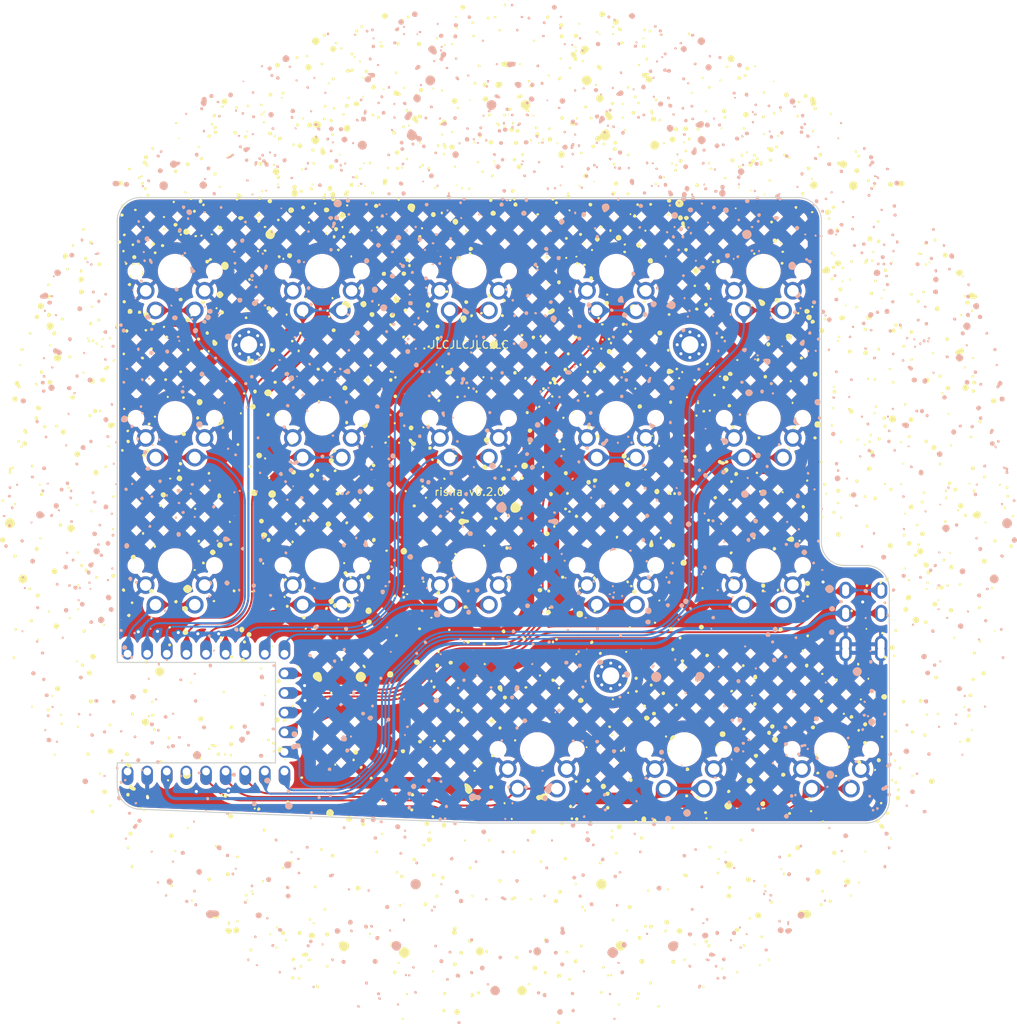
<source format=kicad_pcb>
(kicad_pcb (version 20221018) (generator pcbnew)
  (title_block (title "risha-mx") (rev "v1.0.0") (company "Unknown"))
  (layers (0 "F.Cu" signal) (31 "B.Cu" signal) (34 "B.Paste" user) (35 "F.Paste" user) (36 "B.SilkS" user "B.Silkscreen") (37 "F.SilkS" user "F.Silkscreen") (38 "B.Mask" user) (39 "F.Mask" user) (44 "Edge.Cuts" user))
  (net 0 "")
  (net 1 "matrix_pinky_bottom")
  (net 2 "GND")
  (net 3 "matrix_pinky_home")
  (net 4 "matrix_pinky_top")
  (net 5 "matrix_ring_bottom")
  (net 6 "matrix_ring_home")
  (net 7 "matrix_ring_top")
  (net 8 "matrix_middle_bottom")
  (net 9 "matrix_middle_home")
  (net 10 "matrix_middle_top")
  (net 11 "matrix_index_bottom")
  (net 12 "matrix_index_home")
  (net 13 "matrix_index_top")
  (net 14 "matrix_inner_bottom")
  (net 15 "matrix_inner_home")
  (net 16 "matrix_inner_top")
  (net 17 "thumbfan_near_home")
  (net 18 "thumbfan_middle_home")
  (net 19 "thumbfan_far_home")
  (net 20 "GP12")
  (net 21 "GP29")
  (net 22 "3V3")
  (net 23 "5V")
  (footprint "MX" (layer "F.Cu") (at 209.55 133.35 180)
    (fp_text reference "S11" hide)
    (fp_text value "" hide)
  )
  (footprint "MX" (layer "F.Cu") (at 152.4 152.4 180)
    (fp_text reference "S1" hide)
    (fp_text value "" hide)
  )
  (footprint "MX" (layer "F.Cu") (at 209.55 152.4 180)
    (fp_text reference "S10" hide)
    (fp_text value "" hide)
  )
  (footprint "MX" (layer "F.Cu") (at 171.45 114.3 180)
    (fp_text reference "S6" hide)
    (fp_text value "" hide)
  )
  (footprint "MX" (layer "F.Cu") (at 199.299 176.2125 180)
    (fp_text reference "S16" hide)
    (fp_text value "" hide)
  )
  (footprint "MountingHole_2.2mm_M2_Pad_Via" (layer "F.Cu") (at 161.925 123.825)
    (fp_text reference "_5" hide)
    (fp_text value "")
  )
  (footprint "MX" (layer "F.Cu") (at 152.4 133.35 180)
    (fp_text reference "S2" hide)
    (fp_text value "" hide)
  )
  (footprint "main:north-sky-silk" (layer "F.Cu") (at 195.58 145.9992)
    (fp_text reference "G***" hide)
    (fp_text value "LOGO" hide)
  )
  (footprint "MX" (layer "F.Cu") (at 218.349 176.2125 180)
    (fp_text reference "S17" hide)
    (fp_text value "" hide)
  )
  (footprint "MountingHole_2.2mm_M2_Pad_Via" (layer "F.Cu") (at 219.075 123.825)
    (fp_text reference "_6" hide)
    (fp_text value "")
  )
  (footprint "MX" (layer "F.Cu") (at 209.55 114.3 180)
    (fp_text reference "S12" hide)
    (fp_text value "" hide)
  )
  (footprint "MX" (layer "F.Cu") (at 152.4 114.3 180)
    (fp_text reference "S3" hide)
    (fp_text value "" hide)
  )
  (footprint "MX" (layer "F.Cu") (at 171.45 133.35 180)
    (fp_text reference "S5" hide)
    (fp_text value "" hide)
  )
  (footprint "MX" (layer "F.Cu") (at 171.45 152.4 180)
    (fp_text reference "S4" hide)
    (fp_text value "" hide)
  )
  (footprint "MX" (layer "F.Cu") (at 190.5 133.35 180)
    (fp_text reference "S8" hide)
    (fp_text value "" hide)
  )
  (footprint "MX" (layer "F.Cu") (at 190.5 152.4 180)
    (fp_text reference "S7" hide)
    (fp_text value "" hide)
  )
  (footprint "MX" (layer "F.Cu") (at 190.5 114.3 180)
    (fp_text reference "S9" hide)
    (fp_text value "" hide)
  )
  (footprint "MX" (layer "F.Cu") (at 237.399 176.2125 180)
    (fp_text reference "S18" hide)
    (fp_text value "" hide)
  )
  (footprint "MX" (layer "F.Cu") (at 228.6 133.35 180)
    (fp_text reference "S14" hide)
    (fp_text value "" hide)
  )
  (footprint "rp2040_zero_tht_pads" (layer "F.Cu") (at 156.4 171.45 90)
    (fp_text reference "")
    (fp_text value "")
  )
  (footprint "MountingHole_2.2mm_M2_Pad_Via" (layer "F.Cu") (at 208.824 166.6875)
    (fp_text reference "_4" hide)
    (fp_text value "")
  )
  (footprint "TRRS-PJ-320A-dual" (layer "F.Cu") (at 243.84 152.4)
    (fp_text reference "TRRS1")
    (fp_text value "TRRS-PJ-320A-dual")
  )
  (footprint "MX" (layer "F.Cu") (at 228.6 152.4 180)
    (fp_text reference "S13" hide)
    (fp_text value "" hide)
  )
  (footprint "MX" (layer "F.Cu") (at 228.6 114.3 180)
    (fp_text reference "S15" hide)
    (fp_text value "" hide)
  )
  (footprint "main:north-sky-silk" (layer "B.Cu") (at 195.58 145.9992 180)
    (fp_text reference "G***" hide)
    (fp_text value "LOGO" hide)
  )
  (gr_arc (start 147.778243 183.949412) (mid 145.73606 183.029711) (end 144.9 180.951884) (stroke (width 0.15)) (layer "Edge.Cuts"))
  (gr_line (start 244.899 155.4) (end 244.899 182.7375) (stroke (width 0.15)) (layer "Edge.Cuts"))
  (gr_line (start 144.9 164.95) (end 144.9 107.775) (stroke (width 0.15)) (layer "Edge.Cuts"))
  (gr_line (start 236.1 107.775) (end 236.1 149.4) (stroke (width 0.15)) (layer "Edge.Cuts"))
  (gr_arc (start 191.859904 185.7375) (mid 191.799013 185.736882) (end 191.738147 185.735028) (stroke (width 0.15)) (layer "Edge.Cuts"))
  (gr_line (start 239.1 152.4) (end 241.899 152.4) (stroke (width 0.15)) (layer "Edge.Cuts"))
  (gr_line (start 241.899 185.7375) (end 191.859904 185.7375) (stroke (width 0.15)) (layer "Edge.Cuts"))
  (gr_arc (start 239.1 152.4) (mid 236.97868 151.52132) (end 236.1 149.4) (stroke (width 0.15)) (layer "Edge.Cuts"))
  (gr_line (start 144.9 177.95) (end 165.4 177.95) (stroke (width 0.15)) (layer "Edge.Cuts"))
  (gr_line (start 144.9 180.951884) (end 144.9 177.95) (stroke (width 0.15)) (layer "Edge.Cuts"))
  (gr_line (start 147.9 104.775) (end 233.1 104.775) (stroke (width 0.15)) (layer "Edge.Cuts"))
  (gr_line (start 165.4 164.95) (end 144.9 164.95) (stroke (width 0.15)) (layer "Edge.Cuts"))
  (gr_arc (start 233.1 104.775) (mid 235.22132 105.65368) (end 236.1 107.775) (stroke (width 0.15)) (layer "Edge.Cuts"))
  (gr_line (start 191.738147 185.735028) (end 147.778243 183.949412) (stroke (width 0.15)) (layer "Edge.Cuts"))
  (gr_line (start 165.4 177.95) (end 165.4 164.95) (stroke (width 0.15)) (layer "Edge.Cuts"))
  (gr_arc (start 144.9 107.775) (mid 145.77868 105.65368) (end 147.9 104.775) (stroke (width 0.15)) (layer "Edge.Cuts"))
  (gr_arc (start 244.899 182.7375) (mid 244.02032 184.85882) (end 241.899 185.7375) (stroke (width 0.15)) (layer "Edge.Cuts"))
  (gr_arc (start 241.899 152.4) (mid 244.02032 153.27868) (end 244.899 155.4) (stroke (width 0.15)) (layer "Edge.Cuts"))
  (gr_text "risha v0.2.0" (at 190.5 142.875) (layer "F.SilkS") (effects (font (size 1 1))))
  (gr_text "JLCJLCJLCJLC" (at 190.5 123.825) (layer "F.SilkS") (effects (font (size 1 1))))
  (segment (start 149.86 157.48) (end 154.94 157.48) (width 0.25) (layer "F.Cu") (net 1))
  (segment (start 147.2052 160.134799) (end 149.86 157.48) (width 0.25) (layer "B.Cu") (net 1))
  (arc (start 147.2052 160.134799) (mid 146.490847 161.203904) (end 146.24 162.465) (width 0.25) (layer "B.Cu") (net 1))
  (via (at 152.8064 161.0868) (size 0.8) (drill 0.4) (layers "F.Cu" "B.Cu") (net 2))
  (via (at 241.4524 157.1244) (size 0.8) (drill 0.4) (layers "F.Cu" "B.Cu") (net 2))
  (via (at 158.0388 161.2392) (size 0.8) (drill 0.4) (layers "F.Cu" "B.Cu") (net 2))
  (via (at 169.2148 169.8752) (size 0.8) (drill 0.4) (layers "F.Cu" "B.Cu") (net 2))
  (via (at 150.114 160.9344) (size 0.8) (drill 0.4) (layers "F.Cu" "B.Cu") (net 2))
  (via (at 155.3464 161.2392) (size 0.8) (drill 0.4) (layers "F.Cu" "B.Cu") (net 2))
  (via (at 147.6248 160.9852) (size 0.8) (drill 0.4) (layers "F.Cu" "B.Cu") (net 2))
  (via (at 159.3088 181.5592) (size 0.8) (drill 0.4) (layers "F.Cu" "B.Cu") (net 2))
  (via (at 155.1432 181.6608) (size 0.8) (drill 0.4) (layers "F.Cu" "B.Cu") (net 2))
  (via (at 236.3216 154.5336) (size 0.8) (drill 0.4) (layers "F.Cu" "B.Cu") (net 2))
  (via (at 148.844 182.4736) (size 0.8) (drill 0.4) (layers "F.Cu" "B.Cu") (net 2))
  (via (at 169.164 167.9448) (size 0.8) (drill 0.4) (layers "F.Cu" "B.Cu") (net 2))
  (segment (start 149.86 138.43) (end 154.94 138.43) (width 0.25) (layer "F.Cu") (net 3))
  (segment (start 150.363512 159.8676) (end 157.886837 159.8676) (width 0.25) (layer "B.Cu") (net 3))
  (segment (start 156.3878 138.43) (end 154.94 138.43) (width 0.25) (layer "B.Cu") (net 3))
  (segment (start 148.78 161.451112) (end 148.78 163.83) (width 0.25) (layer "B.Cu") (net 3))
  (segment (start 161.4424 144.290763) (end 161.4424 156.312037) (width 0.25) (layer "B.Cu") (net 3))
  (segment (start 159.848607 140.443007) (end 158.859349 139.453749) (width 0.25) (layer "B.Cu") (net 3))
  (arc (start 161.4424 156.312037) (mid 161.171748 157.672692) (end 160.401 158.8262) (width 0.25) (layer "B.Cu") (net 3))
  (arc (start 156.3878 138.43) (mid 157.725392 138.696063) (end 158.859349 139.453749) (width 0.25) (layer "B.Cu") (net 3))
  (arc (start 159.848607 140.443007) (mid 161.028186 142.208372) (end 161.4424 144.290763) (width 0.25) (layer "B.Cu") (net 3))
  (arc (start 150.363512 159.8676) (mid 149.757528 159.988137) (end 149.2438 160.3314) (width 0.25) (layer "B.Cu") (net 3))
  (arc (start 160.401 158.8262) (mid 159.247492 159.596948) (end 157.886837 159.8676) (width 0.25) (layer "B.Cu") (net 3))
  (arc (start 148.78 161.451112) (mid 148.900537 160.845128) (end 149.2438 160.3314) (width 0.25) (layer "B.Cu") (net 3))
  (segment (start 149.86 119.38) (end 154.94 119.38) (width 0.25) (layer "F.Cu") (net 4))
  (segment (start 156.233156 124.330756) (end 160.298607 128.396207) (width 0.25) (layer "B.Cu") (net 4))
  (segment (start 151.32 161.132914) (end 151.32 163.83) (width 0.25) (layer "B.Cu") (net 4))
  (segment (start 152.135314 160.3176) (end 157.886837 160.3176) (width 0.25) (layer "B.Cu") (net 4))
  (segment (start 161.8924 156.312037) (end 161.8924 132.243963) (width 0.25) (layer "B.Cu") (net 4))
  (segment (start 154.94 121.2088) (end 154.94 119.38) (width 0.25) (layer "B.Cu") (net 4))
  (arc (start 161.8924 156.312037) (mid 161.587494 157.844899) (end 160.719198 159.144398) (width 0.25) (layer "B.Cu") (net 4))
  (arc (start 160.298607 128.396207) (mid 161.478186 130.161572) (end 161.8924 132.243963) (width 0.25) (layer "B.Cu") (net 4))
  (arc (start 151.5588 160.5564) (mid 151.382062 160.820906) (end 151.32 161.132914) (width 0.25) (layer "B.Cu") (net 4))
  (arc (start 154.94 121.2088) (mid 155.27608 122.89839) (end 156.233156 124.330756) (width 0.25) (layer "B.Cu") (net 4))
  (arc (start 160.719198 159.144398) (mid 159.419699 160.012694) (end 157.886837 160.3176) (width 0.25) (layer "B.Cu") (net 4))
  (arc (start 151.5588 160.5564) (mid 151.823306 160.379662) (end 152.135314 160.3176) (width 0.25) (layer "B.Cu") (net 4))
  (segment (start 158.94 161.646005) (end 158.94 163.83) (width 0.25) (layer "F.Cu") (net 5))
  (segment (start 160.391226 160.565965) (end 161.883399 159.073792) (width 0.25) (layer "F.Cu") (net 5))
  (segment (start 159.767605 160.8184) (end 159.781796 160.8184) (width 0.25) (layer "F.Cu") (net 5))
  (segment (start 165.731155 157.48) (end 168.91 157.48) (width 0.25) (layer "F.Cu") (net 5))
  (arc (start 158.94 161.646005) (mid 159.002997 161.329294) (end 159.1824 161.0608) (width 0.25) (layer "F.Cu") (net 5))
  (arc (start 159.767605 160.8184) (mid 159.450894 160.881397) (end 159.1824 161.0608) (width 0.25) (layer "F.Cu") (net 5))
  (arc (start 165.731155 157.48) (mid 163.648764 157.894213) (end 161.883399 159.073792) (width 0.25) (layer "F.Cu") (net 5))
  (arc (start 160.391226 160.565965) (mid 160.111617 160.752794) (end 159.781796 160.8184) (width 0.25) (layer "F.Cu") (net 5))
  (segment (start 168.91 157.48) (end 173.99 157.48) (width 0.25) (layer "B.Cu") (net 5))
  (segment (start 161.150998 159.169798) (end 160.770092 159.550703) (width 0.25) (layer "F.Cu") (net 6))
  (segment (start 165.196932 139.399867) (end 163.943392 140.653406) (width 0.25) (layer "F.Cu") (net 6))
  (segment (start 158.516129 160.3684) (end 158.795998 160.3684) (width 0.25) (layer "F.Cu") (net 6))
  (segment (start 167.5384 138.43) (end 168.91 138.43) (width 0.25) (layer "F.Cu") (net 6))
  (segment (start 162.3496 144.501163) (end 162.3496 156.276116) (width 0.25) (layer "F.Cu") (net 6))
  (arc (start 158.516129 160.3684) (mid 157.706321 160.52948) (end 157.0198 160.9882) (width 0.25) (layer "F.Cu") (net 6))
  (arc (start 165.196932 139.399867) (mid 166.271206 138.68206) (end 167.5384 138.43) (width 0.25) (layer "F.Cu") (net 6))
  (arc (start 161.150998 159.169798) (mid 162.038093 157.842165) (end 162.3496 156.276116) (width 0.25) (layer "F.Cu") (net 6))
  (arc (start 157.0198 160.9882) (mid 156.56108 161.674721) (end 156.4 162.484529) (width 0.25) (layer "F.Cu") (net 6))
  (arc (start 162.3496 144.501163) (mid 162.763813 142.418772) (end 163.943392 140.653406) (width 0.25) (layer "F.Cu") (net 6))
  (arc (start 160.770092 159.550703) (mid 159.86437 160.155887) (end 158.795998 160.3684) (width 0.25) (layer "F.Cu") (net 6))
  (segment (start 168.91 138.43) (end 173.99 138.43) (width 0.25) (layer "B.Cu") (net 6))
  (segment (start 153.86 162.022238) (end 153.86 163.83) (width 0.25) (layer "F.Cu") (net 7))
  (segment (start 163.493392 128.352607) (end 167.652764 124.193235) (width 0.25) (layer "F.Cu") (net 7))
  (segment (start 161.8996 132.200363) (end 161.8996 156.276116) (width 0.25) (layer "F.Cu") (net 7))
  (segment (start 158.257316 159.9184) (end 155.963838 159.9184) (width 0.25) (layer "F.Cu") (net 7))
  (segment (start 168.91 121.158) (end 168.91 119.38) (width 0.25) (layer "F.Cu") (net 7))
  (arc (start 158.257316 159.9184) (mid 159.651158 159.641147) (end 160.8328 158.8516) (width 0.25) (layer "F.Cu") (net 7))
  (arc (start 161.8996 156.276116) (mid 161.622347 157.669958) (end 160.8328 158.8516) (width 0.25) (layer "F.Cu") (net 7))
  (arc (start 163.493392 128.352607) (mid 162.313813 130.117972) (end 161.8996 132.200363) (width 0.25) (layer "F.Cu") (net 7))
  (arc (start 154.4762 160.5346) (mid 155.158734 160.078545) (end 155.963838 159.9184) (width 0.25) (layer "F.Cu") (net 7))
  (arc (start 154.4762 160.5346) (mid 154.020145 161.217134) (end 153.86 162.022238) (width 0.25) (layer "F.Cu") (net 7))
  (arc (start 167.652764 124.193235) (mid 168.583255 122.800657) (end 168.91 121.158) (width 0.25) (layer "F.Cu") (net 7))
  (segment (start 173.99 119.38) (end 168.91 119.38) (width 0.25) (layer "B.Cu") (net 7))
  (segment (start 187.96 157.48) (end 193.04 157.48) (width 0.25) (layer "F.Cu") (net 8))
  (segment (start 167.1326 161.899) (end 166.56 162.4716) (width 0.25) (layer "B.Cu") (net 8))
  (segment (start 168.514978 161.3264) (end 175.151102 161.3264) (width 0.25) (layer "B.Cu") (net 8))
  (segment (start 178.998858 159.732606) (end 179.657673 159.073792) (width 0.25) (layer "B.Cu") (net 8))
  (segment (start 183.505429 157.48) (end 187.96 157.48) (width 0.25) (layer "B.Cu") (net 8))
  (arc (start 168.514978 161.3264) (mid 167.76684 161.475213) (end 167.1326 161.899) (width 0.25) (layer "B.Cu") (net 8))
  (arc (start 179.657673 159.073792) (mid 181.423038 157.894213) (end 183.505429 157.48) (width 0.25) (layer "B.Cu") (net 8))
  (arc (start 178.998858 159.732606) (mid 177.233492 160.912186) (end 175.151102 161.3264) (width 0.25) (layer "B.Cu") (net 8))
  (segment (start 187.96 138.43) (end 193.04 138.43) (width 0.25) (layer "F.Cu") (net 9))
  (segment (start 181.298 154.543106) (end 181.298 144.856763) (width 0.25) (layer "B.Cu") (net 9))
  (segment (start 164.665199 161.521599) (end 164.608029 161.57877) (width 0.25) (layer "B.Cu") (net 9))
  (segment (start 174.964706 160.8764) (end 166.22285 160.8764) (width 0.25) (layer "B.Cu") (net 9))
  (segment (start 184.590734 139.310064) (end 182.891792 141.009007) (width 0.25) (layer "B.Cu") (net 9))
  (segment (start 179.704206 158.390862) (end 178.812462 159.282607) (width 0.25) (layer "B.Cu") (net 9))
  (segment (start 186.7154 138.43) (end 187.96 138.43) (width 0.25) (layer "B.Cu") (net 9))
  (arc (start 164.608029 161.57877) (mid 164.172823 162.230101) (end 164.02 162.9984) (width 0.25) (layer "B.Cu") (net 9))
  (arc (start 184.590734 139.310064) (mid 185.565539 138.658721) (end 186.7154 138.43) (width 0.25) (layer "B.Cu") (net 9))
  (arc (start 164.665199 161.521599) (mid 165.379855 161.044081) (end 166.22285 160.8764) (width 0.25) (layer "B.Cu") (net 9))
  (arc (start 181.298 144.856763) (mid 181.712213 142.774372) (end 182.891792 141.009007) (width 0.25) (layer "B.Cu") (net 9))
  (arc (start 181.298 154.543106) (mid 180.883786 156.625496) (end 179.704206 158.390862) (width 0.25) (layer "B.Cu") (net 9))
  (arc (start 178.812462 159.282607) (mid 177.047096 160.462186) (end 174.964706 160.8764) (width 0.25) (layer "B.Cu") (net 9))
  (segment (start 187.96 119.38) (end 193.04 119.38) (width 0.25) (layer "F.Cu") (net 10))
  (segment (start 186.612961 124.537038) (end 182.441792 128.708207) (width 0.25) (layer "B.Cu") (net 10))
  (segment (start 163.410396 160.4264) (end 174.77831 160.4264) (width 0.25) (layer "B.Cu") (net 10))
  (segment (start 178.626066 158.832606) (end 179.254207 158.204466) (width 0.25) (layer "B.Cu") (net 10))
  (segment (start 187.96 121.285) (end 187.96 119.38) (width 0.25) (layer "B.Cu") (net 10))
  (segment (start 180.848 132.555963) (end 180.848 154.35671) (width 0.25) (layer "B.Cu") (net 10))
  (arc (start 162.0454 160.9918) (mid 161.626942 161.618065) (end 161.48 162.356796) (width 0.25) (layer "B.Cu") (net 10))
  (arc (start 179.254207 158.204466) (mid 180.433786 156.4391) (end 180.848 154.35671) (width 0.25) (layer "B.Cu") (net 10))
  (arc (start 182.441792 128.708207) (mid 181.262213 130.473572) (end 180.848 132.555963) (width 0.25) (layer "B.Cu") (net 10))
  (arc (start 163.410396 160.4264) (mid 162.671665 160.573342) (end 162.0454 160.9918) (width 0.25) (layer "B.Cu") (net 10))
  (arc (start 186.612961 124.537038) (mid 187.609915 123.04499) (end 187.96 121.285) (width 0.25) (layer "B.Cu") (net 10))
  (arc (start 178.626066 158.832606) (mid 176.8607 160.012186) (end 174.77831 160.4264) (width 0.25) (layer "B.Cu") (net 10))
  (segment (start 186.180198 165.155392) (end 183.569384 167.766207) (width 0.25) (layer "F.Cu") (net 11))
  (segment (start 172.477853 169.36) (end 179.721628 169.36) (width 0.25) (layer "F.Cu") (net 11))
  (segment (start 169.74085 170.619149) (end 169.955 170.405) (width 0.25) (layer "F.Cu") (net 11))
  (segment (start 204.776196 157.48) (end 207.01 157.48) (width 0.25) (layer "F.Cu") (net 11))
  (segment (start 200.962853 159.059537) (end 198.054584 161.967807) (width 0.25) (layer "F.Cu") (net 11))
  (segment (start 194.206828 163.5616) (end 190.027955 163.5616) (width 0.25) (layer "F.Cu") (net 11))
  (arc (start 179.721628 169.36) (mid 181.804018 168.945786) (end 183.569384 167.766207) (width 0.25) (layer "F.Cu") (net 11))
  (arc (start 186.180198 165.155392) (mid 187.945564 163.975813) (end 190.027955 163.5616) (width 0.25) (layer "F.Cu") (net 11))
  (arc (start 194.206828 163.5616) (mid 196.289218 163.147386) (end 198.054584 161.967807) (width 0.25) (layer "F.Cu") (net 11))
  (arc (start 172.477853 169.36) (mid 171.112494 169.631586) (end 169.955 170.405) (width 0.25) (layer "F.Cu") (net 11))
  (arc (start 200.962853 159.059537) (mid 202.712429 157.890508) (end 204.776196 157.48) (width 0.25) (layer "F.Cu") (net 11))
  (arc (start 169.74085 170.619149) (mid 168.820558 171.234068) (end 167.735 171.45) (width 0.25) (layer "F.Cu") (net 11))
  (segment (start 207.01 157.48) (end 212.09 157.48) (width 0.25) (layer "B.Cu") (net 11))
  (segment (start 199.9996 157.132432) (end 199.9996 145.205163) (width 0.25) (layer "F.Cu") (net 12))
  (segment (start 189.841559 163.1116) (end 194.020432 163.1116) (width 0.25) (layer "F.Cu") (net 12))
  (segment (start 205.7654 138.43) (end 207.01 138.43) (width 0.25) (layer "F.Cu") (net 12))
  (segment (start 179.535232 168.91) (end 166.56 168.91) (width 0.25) (layer "F.Cu") (net 12))
  (segment (start 197.868188 161.517807) (end 198.405806 160.980188) (width 0.25) (layer "F.Cu") (net 12))
  (segment (start 183.382988 167.316207) (end 185.993803 164.705392) (width 0.25) (layer "F.Cu") (net 12))
  (segment (start 203.640734 139.310065) (end 201.593392 141.357406) (width 0.25) (layer "F.Cu") (net 12))
  (arc (start 189.841559 163.1116) (mid 187.759168 163.525813) (end 185.993803 164.705392) (width 0.25) (layer "F.Cu") (net 12))
  (arc (start 179.535232 168.91) (mid 181.617622 168.495786) (end 183.382988 167.316207) (width 0.25) (layer "F.Cu") (net 12))
  (arc (start 197.868188 161.517807) (mid 196.102822 162.697386) (end 194.020432 163.1116) (width 0.25) (layer "F.Cu") (net 12))
  (arc (start 203.640734 139.310065) (mid 204.615539 138.658721) (end 205.7654 138.43) (width 0.25) (layer "F.Cu") (net 12))
  (arc (start 201.593392 141.357406) (mid 200.413813 143.122772) (end 199.9996 145.205163) (width 0.25) (layer "F.Cu") (net 12))
  (arc (start 199.9996 157.132432) (mid 199.585386 159.214822) (end 198.405806 160.980188) (width 0.25) (layer "F.Cu") (net 12))
  (segment (start 207.01 138.43) (end 212.09 138.43) (width 0.25) (layer "B.Cu") (net 12))
  (segment (start 207.01 121.4374) (end 207.01 119.38) (width 0.25) (layer "F.Cu") (net 13))
  (segment (start 189.655163 162.6616) (end 193.834036 162.6616) (width 0.25) (layer "F.Cu") (net 13))
  (segment (start 179.348836 168.46) (end 172.477853 168.46) (width 0.25) (layer "F.Cu") (net 13))
  (segment (start 201.136192 129.368607) (end 205.555198 124.949601) (width 0.25) (layer "F.Cu") (net 13))
  (segment (start 199.5424 156.953236) (end 199.5424 133.216363) (width 0.25) (layer "F.Cu") (net 13))
  (segment (start 169.955 167.415) (end 169.74085 167.20085) (width 0.25) (layer "F.Cu") (net 13))
  (segment (start 197.948606 160.800992) (end 197.681792 161.067807) (width 0.25) (layer "F.Cu") (net 13))
  (segment (start 183.196592 166.866207) (end 185.807406 164.255392) (width 0.25) (layer "F.Cu") (net 13))
  (arc (start 179.348836 168.46) (mid 181.431226 168.045786) (end 183.196592 166.866207) (width 0.25) (layer "F.Cu") (net 13))
  (arc (start 207.01 121.4374) (mid 206.631909 123.338189) (end 205.555198 124.949601) (width 0.25) (layer "F.Cu") (net 13))
  (arc (start 172.477853 168.46) (mid 171.112494 168.188413) (end 169.955 167.415) (width 0.25) (layer "F.Cu") (net 13))
  (arc (start 197.948606 160.800992) (mid 199.128186 159.035626) (end 199.5424 156.953236) (width 0.25) (layer "F.Cu") (net 13))
  (arc (start 201.136192 129.368607) (mid 199.956613 131.133972) (end 199.5424 133.216363) (width 0.25) (layer "F.Cu") (net 13))
  (arc (start 189.655163 162.6616) (mid 187.572772 163.075813) (end 185.807406 164.255392) (width 0.25) (layer "F.Cu") (net 13))
  (arc (start 169.74085 167.20085) (mid 168.820558 166.58593) (end 167.735 166.37) (width 0.25) (layer "F.Cu") (net 13))
  (arc (start 197.681792 161.067807) (mid 195.916426 162.247386) (end 193.834036 162.6616) (width 0.25) (layer "F.Cu") (net 13))
  (segment (start 207.01 119.38) (end 212.09 119.38) (width 0.25) (layer "B.Cu") (net 13))
  (segment (start 226.06 157.48) (end 231.14 157.48) (width 0.25) (layer "F.Cu") (net 14))
  (segment (start 180.086 174.733236) (end 180.086 170.123959) (width 0.25) (layer "B.Cu") (net 14))
  (segment (start 221.915955 157.48) (end 226.06 157.48) (width 0.25) (layer "B.Cu") (net 14))
  (segment (start 213.002828 161.8852) (end 188.324759 161.8852) (width 0.25) (layer "B.Cu") (net 14))
  (segment (start 216.850584 160.291406) (end 218.068199 159.073792) (width 0.25) (layer "B.Cu") (net 14))
  (segment (start 164.1348 181.282721) (end 164.1348 179.1848) (width 0.25) (layer "B.Cu") (net 14))
  (segment (start 164.802278 181.9502) (end 172.869035 181.9502) (width 0.25) (layer "B.Cu") (net 14))
  (segment (start 178.492207 178.580992) (end 176.716791 180.356407) (width 0.25) (layer "B.Cu") (net 14))
  (segment (start 184.477003 163.478992) (end 181.679792 166.276203) (width 0.25) (layer "B.Cu") (net 14))
  (arc (start 164.3303 181.7547) (mid 164.546845 181.899391) (end 164.802278 181.9502) (width 0.25) (layer "B.Cu") (net 14))
  (arc (start 213.002828 161.8852) (mid 215.085218 161.470986) (end 216.850584 160.291406) (width 0.25) (layer "B.Cu") (net 14))
  (arc (start 180.086 174.733236) (mid 179.671786 176.815626) (end 178.492207 178.580992) (width 0.25) (layer "B.Cu") (net 14))
  (arc (start 176.716791 180.356407) (mid 174.951425 181.535986) (end 172.869035 181.9502) (width 0.25) (layer "B.Cu") (net 14))
  (arc (start 164.1348 181.282721) (mid 164.185608 181.538154) (end 164.3303 181.7547) (width 0.25) (layer "B.Cu") (net 14))
  (arc (start 181.679792 166.276203) (mid 180.500213 168.041568) (end 180.086 170.123959) (width 0.25) (layer "B.Cu") (net 14))
  (arc (start 221.915955 157.48) (mid 219.833564 157.894213) (end 218.068199 159.073792) (width 0.25) (layer "B.Cu") (net 14))
  (arc (start 184.477003 163.478992) (mid 186.242368 162.299413) (end 188.324759 161.8852) (width 0.25) (layer "B.Cu") (net 14))
  (segment (start 226.06 138.43) (end 231.14 138.43) (width 0.25) (layer "F.Cu") (net 15))
  (segment (start 222.897016 139.256183) (end 221.042592 141.110607) (width 0.25) (layer "B.Cu") (net 15))
  (segment (start 212.816432 161.4352) (end 188.138363 161.4352) (width 0.25) (layer "B.Cu") (net 15))
  (segment (start 216.664188 159.841406) (end 217.855007 158.650588) (width 0.25) (layer "B.Cu") (net 15))
  (segment (start 181.229792 166.089807) (end 184.290607 163.028992) (width 0.25) (layer "B.Cu") (net 15))
  (segment (start 178.042207 178.394596) (end 176.489404 179.947398) (width 0.25) (layer "B.Cu") (net 15))
  (segment (start 179.636 169.937563) (end 179.636 174.54684) (width 0.25) (layer "B.Cu") (net 15))
  (segment (start 219.4488 144.958363) (end 219.4488 154.802832) (width 0.25) (layer "B.Cu") (net 15))
  (segment (start 166.56 180.27757) (end 166.56 179.07) (width 0.25) (layer "B.Cu") (net 15))
  (segment (start 172.740607 181.5002) (end 167.782629 181.5002) (width 0.25) (layer "B.Cu") (net 15))
  (segment (start 224.8916 138.43) (end 226.06 138.43) (width 0.25) (layer "B.Cu") (net 15))
  (arc (start 212.816432 161.4352) (mid 214.898822 161.020986) (end 216.664188 159.841406) (width 0.25) (layer "B.Cu") (net 15))
  (arc (start 166.56 180.27757) (mid 166.653067 180.74545) (end 166.9181 181.1421) (width 0.25) (layer "B.Cu") (net 15))
  (arc (start 219.4488 154.802832) (mid 219.034586 156.885222) (end 217.855007 158.650588) (width 0.25) (layer "B.Cu") (net 15))
  (arc (start 222.897016 139.256183) (mid 223.812139 138.644717) (end 224.8916 138.43) (width 0.25) (layer "B.Cu") (net 15))
  (arc (start 181.229792 166.089807) (mid 180.050213 167.855172) (end 179.636 169.937563) (width 0.25) (layer "B.Cu") (net 15))
  (arc (start 176.489404 179.947398) (mid 174.769441 181.096639) (end 172.740607 181.5002) (width 0.25) (layer "B.Cu") (net 15))
  (arc (start 166.9181 181.1421) (mid 167.314749 181.407132) (end 167.782629 181.5002) (width 0.25) (layer "B.Cu") (net 15))
  (arc (start 188.138363 161.4352) (mid 186.055972 161.849413) (end 184.290607 163.028992) (width 0.25) (layer "B.Cu") (net 15))
  (arc (start 178.042207 178.394596) (mid 179.221786 176.62923) (end 179.636 174.54684) (width 0.25) (layer "B.Cu") (net 15))
  (arc (start 219.4488 144.958363) (mid 219.863013 142.875972) (end 221.042592 141.110607) (width 0.25) (layer "B.Cu") (net 15))
  (segment (start 226.06 119.38) (end 231.14 119.38) (width 0.25) (layer "F.Cu") (net 16))
  (segment (start 172.740609 181.0502) (end 170.175591 181.0502) (width 0.25) (layer "B.Cu") (net 16))
  (segment (start 176.171206 179.6292) (end 177.592206 178.2082) (width 0.25) (layer "B.Cu") (net 16))
  (segment (start 220.592592 128.809807) (end 224.659079 124.743319) (width 0.25) (layer "B.Cu") (net 16))
  (segment (start 217.405006 158.464192) (end 216.477792 159.391407) (width 0.25) (layer "B.Cu") (net 16))
  (segment (start 180.779792 165.903411) (end 184.104211 162.578992) (width 0.25) (layer "B.Cu") (net 16))
  (segment (start 218.9988 132.657563) (end 218.9988 154.616436) (width 0.25) (layer "B.Cu") (net 16))
  (segment (start 212.630036 160.9852) (end 187.951967 160.9852) (width 0.25) (layer "B.Cu") (net 16))
  (segment (start 168.0718 176.9618) (end 167.64 176.53) (width 0.25) (layer "B.Cu") (net 16))
  (segment (start 179.186 169.751167) (end 179.186 174.360444) (width 0.25) (layer "B.Cu") (net 16))
  (segment (start 168.5036 179.378208) (end 168.5036 178.004257) (width 0.25) (layer "B.Cu") (net 16))
  (segment (start 226.06 121.3612) (end 226.06 119.38) (width 0.25) (layer "B.Cu") (net 16))
  (arc (start 168.5036 179.378208) (mid 168.630872 180.018051) (end 168.993315 180.560485) (width 0.25) (layer "B.Cu") (net 16))
  (arc (start 180.779792 165.903411) (mid 179.600213 167.668776) (end 179.186 169.751167) (width 0.25) (layer "B.Cu") (net 16))
  (arc (start 168.0718 176.9618) (mid 168.391378 177.440083) (end 168.5036 178.004257) (width 0.25) (layer "B.Cu") (net 16))
  (arc (start 212.630036 160.9852) (mid 214.712426 160.570986) (end 216.477792 159.391407) (width 0.25) (layer "B.Cu") (net 16))
  (arc (start 187.951967 160.9852) (mid 185.869576 161.399413) (end 184.104211 162.578992) (width 0.25) (layer "B.Cu") (net 16))
  (arc (start 177.592206 178.2082) (mid 178.771786 176.442834) (end 179.186 174.360444) (width 0.25) (layer "B.Cu") (net 16))
  (arc (start 176.171206 179.6292) (mid 174.597235 180.680894) (end 172.740609 181.0502) (width 0.25) (layer "B.Cu") (net 16))
  (arc (start 218.9988 132.657563) (mid 219.413013 130.575172) (end 220.592592 128.809807) (width 0.25) (layer "B.Cu") (net 16))
  (arc (start 168.993315 180.560485) (mid 169.535747 180.922927) (end 170.175591 181.0502) (width 0.25) (layer "B.Cu") (net 16))
  (arc (start 226.06 121.3612) (mid 225.695912 123.191589) (end 224.659079 124.743319) (width 0.25) (layer "B.Cu") (net 16))
  (arc (start 217.405006 158.464192) (mid 218.584586 156.698826) (end 218.9988 154.616436) (width 0.25) (layer "B.Cu") (net 16))
  (segment (start 198.312584 181.2925) (end 201.839 181.2925) (width 0.25) (layer "F.Cu") (net 17))
  (segment (start 162.401 180.9938) (end 161.48 180.0728) (width 0.25) (layer "F.Cu") (net 17))
  (segment (start 193.008315 183.4896) (end 189.683151 183.4896) (width 0.25) (layer "F.Cu") (net 17))
  (segment (start 164.62449 181.9148) (end 185.881248 181.9148) (width 0.25) (layer "F.Cu") (net 17))
  (arc (start 193.008315 183.4896) (mid 194.44364 183.204096) (end 195.66045 182.39105) (width 0.25) (layer "F.Cu") (net 17))
  (arc (start 187.7822 182.7022) (mid 188.654363 183.284961) (end 189.683151 183.4896) (width 0.25) (layer "F.Cu") (net 17))
  (arc (start 187.7822 182.7022) (mid 186.910035 182.119438) (end 185.881248 181.9148) (width 0.25) (layer "F.Cu") (net 17))
  (arc (start 195.66045 182.39105) (mid 196.877259 181.578003) (end 198.312584 181.2925) (width 0.25) (layer "F.Cu") (net 17))
  (arc (start 164.62449 181.9148) (mid 163.421146 181.675439) (end 162.401 180.9938) (width 0.25) (layer "F.Cu") (net 17))
  (segment (start 189.496755 183.9396) (end 211.290117 183.9396) (width 0.25) (layer "F.Cu") (net 18))
  (segment (start 160.0606 181.2442) (end 158.94 180.1236) (width 0.25) (layer "F.Cu") (net 18))
  (segment (start 214.48545 182.61605) (end 215.809 181.2925) (width 0.25) (layer "F.Cu") (net 18))
  (segment (start 185.694852 182.3648) (end 162.765967 182.3648) (width 0.25) (layer "F.Cu") (net 18))
  (arc (start 187.595804 183.1522) (mid 188.467967 183.734961) (end 189.496755 183.9396) (width 0.25) (layer "F.Cu") (net 18))
  (arc (start 211.290117 183.9396) (mid 213.019418 183.59562) (end 214.48545 182.61605) (width 0.25) (layer "F.Cu") (net 18))
  (arc (start 185.694852 182.3648) (mid 186.723639 182.569438) (end 187.595804 183.1522) (width 0.25) (layer "F.Cu") (net 18))
  (arc (start 160.0606 181.2442) (mid 161.301833 182.073565) (end 162.765967 182.3648) (width 0.25) (layer "F.Cu") (net 18))
  (segment (start 215.809 181.2925) (end 220.889 181.2925) (width 0.25) (layer "B.Cu") (net 18))
  (segment (start 234.859 181.2925) (end 239.939 181.2925) (width 0.25) (layer "F.Cu") (net 19))
  (segment (start 189.310359 184.3896) (end 229.571919 184.3896) (width 0.25) (layer "F.Cu") (net 19))
  (segment (start 234.859 181.2925) (end 233.31045 182.84105) (width 0.25) (layer "F.Cu") (net 19))
  (segment (start 161.080886 182.8148) (end 185.508456 182.8148) (width 0.25) (layer "F.Cu") (net 19))
  (segment (start 157.771 181.4438) (end 156.4 180.0728) (width 0.25) (layer "F.Cu") (net 19))
  (arc (start 189.310359 184.3896) (mid 188.281571 184.184961) (end 187.409408 183.6022) (width 0.25) (layer "F.Cu") (net 19))
  (arc (start 229.571919 184.3896) (mid 231.595197 183.987144) (end 233.31045 182.84105) (width 0.25) (layer "F.Cu") (net 19))
  (arc (start 187.409408 183.6022) (mid 186.537243 183.019438) (end 185.508456 182.8148) (width 0.25) (layer "F.Cu") (net 19))
  (arc (start 157.771 181.4438) (mid 159.289588 182.458488) (end 161.080886 182.8148) (width 0.25) (layer "F.Cu") (net 19))
  (segment (start 201.726854 161.036) (end 230.206836 161.036) (width 0.25) (layer "F.Cu") (net 20))
  (segment (start 237.421907 156.074892) (end 234.054592 159.442207) (width 0.25) (layer "F.Cu") (net 20))
  (segment (start 179.908024 169.81) (end 173.440359 169.81) (width 0.25) (layer "F.Cu") (net 20))
  (segment (start 186.366594 165.605392) (end 183.75578 168.216207) (width 0.25) (layer "F.Cu") (net 20))
  (segment (start 190.214351 164.0116) (end 194.543121 164.0116) (width 0.25) (layer "F.Cu") (net 20))
  (segment (start 169.592603 171.403792) (end 167.006396 173.99) (width 0.25) (layer "F.Cu") (net 20))
  (arc (start 230.206836 161.036) (mid 232.289226 160.621786) (end 234.054592 159.442207) (width 0.25) (layer "F.Cu") (net 20))
  (arc (start 237.421907 156.074892) (mid 237.947922 155.72342) (end 238.5684 155.6) (width 0.25) (layer "F.Cu") (net 20))
  (arc (start 201.726854 161.036) (mid 199.78295 161.422666) (end 198.134988 162.5238) (width 0.25) (layer "F.Cu") (net 20))
  (arc (start 169.592603 171.403792) (mid 171.357968 170.224213) (end 173.440359 169.81) (width 0.25) (layer "F.Cu") (net 20))
  (arc (start 194.543121 164.0116) (mid 196.487025 163.624933) (end 198.134988 162.5238) (width 0.25) (layer "F.Cu") (net 20))
  (arc (start 183.75578 168.216207) (mid 181.990414 169.395786) (end 179.908024 169.81) (width 0.25) (layer "F.Cu") (net 20))
  (arc (start 186.366594 165.605392) (mid 188.13196 164.425813) (end 190.214351 164.0116) (width 0.25) (layer "F.Cu") (net 20))
  (segment (start 239.24 155.6) (end 243.84 155.6) (width 0.25) (layer "B.Cu") (net 20))
  (segment (start 243.84 158.6) (end 239.24 158.6) (width 0.4) (layer "F.Cu") (net 22))
  (segment (start 232.941177 160.5788) (end 218.81278 160.5788) (width 0.4) (layer "B.Cu") (net 22))
  (segment (start 184.735886 164.103992) (end 182.304792 166.535087) (width 0.4) (layer "B.Cu") (net 22))
  (segment (start 151.32 181.425292) (end 151.32 179.07) (width 0.4) (layer "B.Cu") (net 22))
  (segment (start 237.718422 158.6) (end 239.24 158.6) (width 0.4) (layer "B.Cu") (net 22))
  (segment (start 173.127919 182.5752) (end 152.469907 182.5752) (width 0.4) (layer "B.Cu") (net 22))
  (segment (start 176.975675 180.981407) (end 179.117207 178.839876) (width 0.4) (layer "B.Cu") (net 22))
  (segment (start 214.14997 162.5102) (end 188.583643 162.5102) (width 0.4) (layer "B.Cu") (net 22))
  (segment (start 180.711 174.99212) (end 180.711 170.382843) (width 0.4) (layer "B.Cu") (net 22))
  (arc (start 216.481375 161.5445) (mid 217.551032 160.829777) (end 218.81278 160.5788) (width 0.4) (layer "B.Cu") (net 22))
  (arc (start 176.975675 180.981407) (mid 175.210309 182.160986) (end 173.127919 182.5752) (width 0.4) (layer "B.Cu") (net 22))
  (arc (start 182.304792 166.535087) (mid 181.125213 168.300452) (end 180.711 170.382843) (width 0.4) (layer "B.Cu") (net 22))
  (arc (start 152.469907 182.5752) (mid 152.029856 182.487668) (end 151.6568 182.2384) (width 0.4) (layer "B.Cu") (net 22))
  (arc (start 184.735886 164.103992) (mid 186.501252 162.924413) (end 188.583643 162.5102) (width 0.4) (layer "B.Cu") (net 22))
  (arc (start 232.941177 160.5788) (mid 234.23389 160.321663) (end 235.3298 159.5894) (width 0.4) (layer "B.Cu") (net 22))
  (arc (start 237.718422 158.6) (mid 236.425709 158.857136) (end 235.3298 159.5894) (width 0.4) (layer "B.Cu") (net 22))
  (arc (start 179.117207 178.839876) (mid 180.296786 177.07451) (end 180.711 174.99212) (width 0.4) (layer "B.Cu") (net 22))
  (arc (start 151.32 181.425292) (mid 151.407531 181.865343) (end 151.6568 182.2384) (width 0.4) (layer "B.Cu") (net 22))
  (arc (start 214.14997 162.5102) (mid 215.411717 162.259222) (end 216.481375 161.5445) (width 0.4) (layer "B.Cu") (net 22))
  (zone (net 2) (net_name "GND") (layers "F&B.Cu") (connect_pads (clearance 0.508)) (min_thickness 0.25) (fill yes (mode hatch) (thermal_gap 0.5) (thermal_bridge_width 0.5) (hatch_thickness 1.5) (hatch_gap 1) (hatch_orientation 45) (hatch_border_algorithm hatch_thickness) (hatch_min_hole_area 0.3))
    (polygon (pts (xy 139.9032 99.9236) (xy 257.81 101.6508) (xy 252.6284 190.5) (xy 137.6172 188.7728)))
  )
)
</source>
